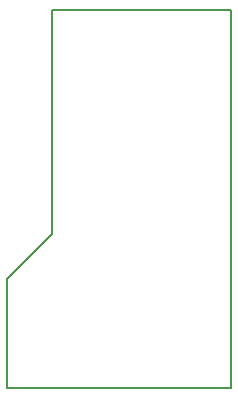
<source format=gbr>
G04 #@! TF.FileFunction,Other,User*
%FSLAX46Y46*%
G04 Gerber Fmt 4.6, Leading zero omitted, Abs format (unit mm)*
G04 Created by KiCad (PCBNEW 4.0.5) date 02/23/17 14:21:59*
%MOMM*%
%LPD*%
G01*
G04 APERTURE LIST*
%ADD10C,0.127000*%
%ADD11C,0.200000*%
G04 APERTURE END LIST*
D10*
D11*
X0Y0D02*
X12700Y0D01*
X18973800Y0D02*
X0Y0D01*
X18973800Y32004000D02*
X18973800Y0D01*
X3810000Y32004000D02*
X18973800Y32004000D01*
X3810000Y13081000D02*
X3810000Y32004000D01*
X0Y9271000D02*
X3810000Y13081000D01*
X0Y0D02*
X0Y9271000D01*
M02*

</source>
